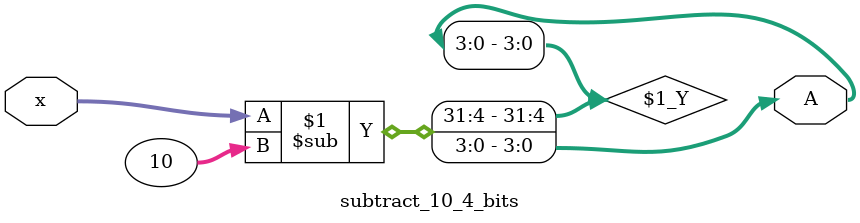
<source format=v>
module subtract_10_4_bits(
	input [3:0]x,
	output [3:0]A);
		
		assign A = x - 10;
	
endmodule
</source>
